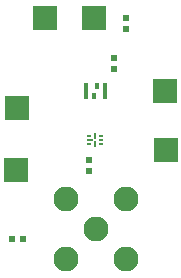
<source format=gbr>
%TF.GenerationSoftware,KiCad,Pcbnew,7.0.8*%
%TF.CreationDate,2024-07-12T13:32:42-07:00*%
%TF.ProjectId,RFBackscatterV1,52464261-636b-4736-9361-747465725631,rev?*%
%TF.SameCoordinates,Original*%
%TF.FileFunction,Soldermask,Top*%
%TF.FilePolarity,Negative*%
%FSLAX46Y46*%
G04 Gerber Fmt 4.6, Leading zero omitted, Abs format (unit mm)*
G04 Created by KiCad (PCBNEW 7.0.8) date 2024-07-12 13:32:42*
%MOMM*%
%LPD*%
G01*
G04 APERTURE LIST*
G04 Aperture macros list*
%AMRoundRect*
0 Rectangle with rounded corners*
0 $1 Rounding radius*
0 $2 $3 $4 $5 $6 $7 $8 $9 X,Y pos of 4 corners*
0 Add a 4 corners polygon primitive as box body*
4,1,4,$2,$3,$4,$5,$6,$7,$8,$9,$2,$3,0*
0 Add four circle primitives for the rounded corners*
1,1,$1+$1,$2,$3*
1,1,$1+$1,$4,$5*
1,1,$1+$1,$6,$7*
1,1,$1+$1,$8,$9*
0 Add four rect primitives between the rounded corners*
20,1,$1+$1,$2,$3,$4,$5,0*
20,1,$1+$1,$4,$5,$6,$7,0*
20,1,$1+$1,$6,$7,$8,$9,0*
20,1,$1+$1,$8,$9,$2,$3,0*%
G04 Aperture macros list end*
%ADD10C,2.108200*%
%ADD11R,0.406400X1.397000*%
%ADD12R,0.304800X0.508000*%
%ADD13R,2.000000X2.000000*%
%ADD14R,0.503199X0.549999*%
%ADD15R,0.549999X0.503199*%
%ADD16RoundRect,0.037500X-0.127500X-0.037500X0.127500X-0.037500X0.127500X0.037500X-0.127500X0.037500X0*%
%ADD17RoundRect,0.037500X-0.245000X-0.037500X0.245000X-0.037500X0.245000X0.037500X-0.245000X0.037500X0*%
%ADD18RoundRect,0.037500X0.037500X-0.245000X0.037500X0.245000X-0.037500X0.245000X-0.037500X-0.245000X0*%
G04 APERTURE END LIST*
D10*
%TO.C,J1*%
X170180000Y-92417900D03*
X172720000Y-94957900D03*
X172720000Y-89877900D03*
X167640000Y-89877900D03*
X167640000Y-94957900D03*
%TD*%
D11*
%TO.C,U1*%
X169371574Y-80754001D03*
D12*
X170072600Y-81200000D03*
D11*
X170971576Y-80754001D03*
D12*
X170277575Y-80308002D03*
%TD*%
D13*
%TO.C,GND*%
X163500000Y-82150000D03*
%TD*%
%TO.C,GND*%
X176100000Y-85765200D03*
%TD*%
%TO.C,C_O*%
X176050000Y-80750000D03*
%TD*%
%TO.C,O2*%
X163450000Y-87400000D03*
%TD*%
%TO.C,VDD*%
X170050000Y-74550000D03*
%TD*%
D14*
%TO.C,C3*%
X163073401Y-93250000D03*
X164026599Y-93250000D03*
%TD*%
D13*
%TO.C,GND*%
X165900000Y-74550000D03*
%TD*%
D15*
%TO.C,C4*%
X172750000Y-74523401D03*
X172750000Y-75476599D03*
%TD*%
%TO.C,C2*%
X171700000Y-78876599D03*
X171700000Y-77923401D03*
%TD*%
%TO.C,C1*%
X169600000Y-87553198D03*
X169600000Y-86600000D03*
%TD*%
D16*
%TO.C,U2*%
X169604076Y-84554001D03*
D17*
X169721576Y-84904001D03*
D18*
X170104076Y-84554001D03*
X170104076Y-85254001D03*
D16*
X169604076Y-85254001D03*
X170604076Y-85254001D03*
X170604076Y-84904001D03*
X170604076Y-84554001D03*
%TD*%
M02*

</source>
